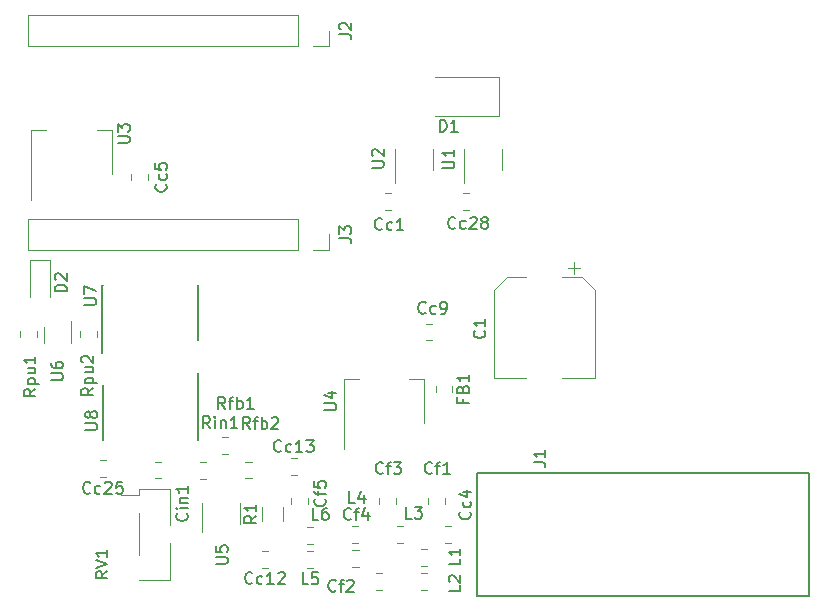
<source format=gbr>
G04 #@! TF.GenerationSoftware,KiCad,Pcbnew,(5.0.0)*
G04 #@! TF.CreationDate,2018-11-24T15:46:54-05:00*
G04 #@! TF.ProjectId,SDRRv2,5344525276322E6B696361645F706362,rev?*
G04 #@! TF.SameCoordinates,Original*
G04 #@! TF.FileFunction,Legend,Top*
G04 #@! TF.FilePolarity,Positive*
%FSLAX46Y46*%
G04 Gerber Fmt 4.6, Leading zero omitted, Abs format (unit mm)*
G04 Created by KiCad (PCBNEW (5.0.0)) date 11/24/18 15:46:54*
%MOMM*%
%LPD*%
G01*
G04 APERTURE LIST*
%ADD10C,0.120000*%
%ADD11C,0.127000*%
%ADD12C,0.150000*%
G04 APERTURE END LIST*
D10*
G04 #@! TO.C,C1*
X60828085Y-171587839D02*
X63578085Y-171587839D01*
X69348085Y-171587839D02*
X66598085Y-171587839D01*
X69348085Y-164132276D02*
X69348085Y-171587839D01*
X60828085Y-164132276D02*
X60828085Y-171587839D01*
X61892522Y-163067839D02*
X63578085Y-163067839D01*
X68283648Y-163067839D02*
X66598085Y-163067839D01*
X68283648Y-163067839D02*
X69348085Y-164132276D01*
X61892522Y-163067839D02*
X60828085Y-164132276D01*
X67598085Y-161827839D02*
X67598085Y-162827839D01*
X68098085Y-162327839D02*
X67098085Y-162327839D01*
G04 #@! TO.C,Cc1*
X51618833Y-157369839D02*
X52141337Y-157369839D01*
X51618833Y-155949839D02*
X52141337Y-155949839D01*
G04 #@! TO.C,Cc4*
X57221337Y-185563839D02*
X56698833Y-185563839D01*
X57221337Y-184143839D02*
X56698833Y-184143839D01*
G04 #@! TO.C,Cc5*
X31508085Y-154889091D02*
X31508085Y-154366587D01*
X30088085Y-154889091D02*
X30088085Y-154366587D01*
G04 #@! TO.C,Cc9*
X55595737Y-168444239D02*
X55073233Y-168444239D01*
X55595737Y-167024239D02*
X55073233Y-167024239D01*
G04 #@! TO.C,Cc12*
X41701937Y-186252039D02*
X41179433Y-186252039D01*
X41701937Y-187672039D02*
X41179433Y-187672039D01*
G04 #@! TO.C,Cc13*
X43617833Y-179798039D02*
X44140337Y-179798039D01*
X43617833Y-178378039D02*
X44140337Y-178378039D01*
G04 #@! TO.C,Cc25*
X27488833Y-178581239D02*
X28011337Y-178581239D01*
X27488833Y-180001239D02*
X28011337Y-180001239D01*
G04 #@! TO.C,Cc28*
X58222833Y-155949839D02*
X58745337Y-155949839D01*
X58222833Y-157369839D02*
X58745337Y-157369839D01*
G04 #@! TO.C,Cf1*
X55234085Y-182321091D02*
X55234085Y-181798587D01*
X56654085Y-182321091D02*
X56654085Y-181798587D01*
G04 #@! TO.C,Cf2*
X51379337Y-188131639D02*
X50856833Y-188131639D01*
X51379337Y-189551639D02*
X50856833Y-189551639D01*
G04 #@! TO.C,Cf3*
X52539285Y-182295691D02*
X52539285Y-181773187D01*
X51119285Y-182295691D02*
X51119285Y-181773187D01*
G04 #@! TO.C,Cf4*
X48850233Y-186175839D02*
X49372737Y-186175839D01*
X48850233Y-187595839D02*
X49372737Y-187595839D01*
G04 #@! TO.C,Cf5*
X45046285Y-182321091D02*
X45046285Y-181798587D01*
X43626285Y-182321091D02*
X43626285Y-181798587D01*
G04 #@! TO.C,Cin1*
X32659537Y-180128239D02*
X32137033Y-180128239D01*
X32659537Y-178708239D02*
X32137033Y-178708239D01*
G04 #@! TO.C,D1*
X61274485Y-149419839D02*
X55874485Y-149419839D01*
X61274485Y-146119839D02*
X55874485Y-146119839D01*
X61274485Y-149419839D02*
X61274485Y-146119839D01*
G04 #@! TO.C,D2*
X23215285Y-161617839D02*
X21515285Y-161617839D01*
X21515285Y-161617839D02*
X21515285Y-164767839D01*
X23215285Y-161617839D02*
X23215285Y-164767839D01*
D11*
G04 #@! TO.C,J1*
X87480085Y-190053839D02*
X59380085Y-190053839D01*
X59380085Y-190053839D02*
X59380085Y-179653839D01*
X59380085Y-179653839D02*
X87480085Y-179653839D01*
X87480085Y-179653839D02*
X87480085Y-190053839D01*
D10*
G04 #@! TO.C,J2*
X44260085Y-140873039D02*
X44260085Y-143533039D01*
X44260085Y-140873039D02*
X21340085Y-140873039D01*
X21340085Y-140873039D02*
X21340085Y-143533039D01*
X44260085Y-143533039D02*
X21340085Y-143533039D01*
X46860085Y-143533039D02*
X45530085Y-143533039D01*
X46860085Y-142203039D02*
X46860085Y-143533039D01*
G04 #@! TO.C,J3*
X46860085Y-159453839D02*
X46860085Y-160783839D01*
X46860085Y-160783839D02*
X45530085Y-160783839D01*
X44260085Y-160783839D02*
X21340085Y-160783839D01*
X21340085Y-158123839D02*
X21340085Y-160783839D01*
X44260085Y-158123839D02*
X21340085Y-158123839D01*
X44260085Y-158123839D02*
X44260085Y-160783839D01*
G04 #@! TO.C,L1*
X55163937Y-186125039D02*
X54641433Y-186125039D01*
X55163937Y-187545039D02*
X54641433Y-187545039D01*
G04 #@! TO.C,L2*
X55163937Y-189577039D02*
X54641433Y-189577039D01*
X55163937Y-188157039D02*
X54641433Y-188157039D01*
G04 #@! TO.C,L3*
X53106537Y-184194639D02*
X52584033Y-184194639D01*
X53106537Y-185614639D02*
X52584033Y-185614639D01*
G04 #@! TO.C,L4*
X49347337Y-185614639D02*
X48824833Y-185614639D01*
X49347337Y-184194639D02*
X48824833Y-184194639D01*
G04 #@! TO.C,L5*
X45537337Y-187697439D02*
X45014833Y-187697439D01*
X45537337Y-186277439D02*
X45014833Y-186277439D01*
G04 #@! TO.C,L6*
X45537337Y-184245439D02*
X45014833Y-184245439D01*
X45537337Y-185665439D02*
X45014833Y-185665439D01*
G04 #@! TO.C,FB1*
X57314485Y-172298987D02*
X57314485Y-172821491D01*
X55894485Y-172298987D02*
X55894485Y-172821491D01*
G04 #@! TO.C,R1*
X41165685Y-183728703D02*
X41165685Y-182524575D01*
X42985685Y-183728703D02*
X42985685Y-182524575D01*
G04 #@! TO.C,Rfb1*
X37801233Y-176625439D02*
X38323737Y-176625439D01*
X37801233Y-178045439D02*
X38323737Y-178045439D01*
G04 #@! TO.C,Rfb2*
X39782433Y-178708239D02*
X40304937Y-178708239D01*
X39782433Y-180128239D02*
X40304937Y-180128239D01*
G04 #@! TO.C,Rin1*
X36469537Y-178733639D02*
X35947033Y-178733639D01*
X36469537Y-180153639D02*
X35947033Y-180153639D01*
G04 #@! TO.C,Rpu1*
X22160885Y-167625387D02*
X22160885Y-168147891D01*
X20740885Y-167625387D02*
X20740885Y-168147891D01*
G04 #@! TO.C,Rpu2*
X25770085Y-167625387D02*
X25770085Y-168147891D01*
X27190085Y-167625387D02*
X27190085Y-168147891D01*
G04 #@! TO.C,RV1*
X30738085Y-180983839D02*
X33398085Y-180983839D01*
X30738085Y-188723839D02*
X33398085Y-188723839D01*
X33398085Y-180983839D02*
X33398085Y-184093839D01*
X30738085Y-181553839D02*
X29218085Y-181553839D01*
X30738085Y-180983839D02*
X30738085Y-181553839D01*
X33398085Y-188153839D02*
X33398085Y-188723839D01*
X33398085Y-185613839D02*
X33398085Y-188723839D01*
X30738085Y-183073839D02*
X30738085Y-186633839D01*
G04 #@! TO.C,U1*
X61516485Y-154003839D02*
X61516485Y-152203839D01*
X58296485Y-152203839D02*
X58296485Y-155153839D01*
G04 #@! TO.C,U2*
X52454485Y-152203839D02*
X52454485Y-155153839D01*
X55674485Y-154003839D02*
X55674485Y-152203839D01*
G04 #@! TO.C,U3*
X21647685Y-156594239D02*
X21647685Y-150584239D01*
X28467685Y-154344239D02*
X28467685Y-150584239D01*
X21647685Y-150584239D02*
X22907685Y-150584239D01*
X28467685Y-150584239D02*
X27207685Y-150584239D01*
G04 #@! TO.C,U4*
X54934485Y-171666239D02*
X53674485Y-171666239D01*
X48114485Y-171666239D02*
X49374485Y-171666239D01*
X54934485Y-175426239D02*
X54934485Y-171666239D01*
X48114485Y-177676239D02*
X48114485Y-171666239D01*
G04 #@! TO.C,U5*
X39367685Y-184001239D02*
X39367685Y-182201239D01*
X36147685Y-182201239D02*
X36147685Y-184651239D01*
G04 #@! TO.C,U6*
X25049285Y-168688239D02*
X25049285Y-166788239D01*
X22729285Y-167288239D02*
X22729285Y-168688239D01*
D12*
G04 #@! TO.C,U7*
X27712885Y-163758239D02*
X27737885Y-163758239D01*
X35762885Y-163758239D02*
X35737885Y-163758239D01*
X35762885Y-168408239D02*
X35737885Y-168408239D01*
X27662885Y-169483239D02*
X27662885Y-163758239D01*
X35762885Y-168408239D02*
X35762885Y-163758239D01*
G04 #@! TO.C,U8*
X35762885Y-176891839D02*
X35737885Y-176891839D01*
X27712885Y-176891839D02*
X27737885Y-176891839D01*
X27712885Y-172241839D02*
X27737885Y-172241839D01*
X35812885Y-171166839D02*
X35812885Y-176891839D01*
X27712885Y-172241839D02*
X27712885Y-176891839D01*
G04 #@! TO.C,C1*
X60009627Y-167621505D02*
X60057246Y-167669124D01*
X60104865Y-167811981D01*
X60104865Y-167907219D01*
X60057246Y-168050077D01*
X59962008Y-168145315D01*
X59866770Y-168192934D01*
X59676294Y-168240553D01*
X59533437Y-168240553D01*
X59342961Y-168192934D01*
X59247723Y-168145315D01*
X59152485Y-168050077D01*
X59104865Y-167907219D01*
X59104865Y-167811981D01*
X59152485Y-167669124D01*
X59200104Y-167621505D01*
X60104865Y-166669124D02*
X60104865Y-167240553D01*
X60104865Y-166954839D02*
X59104865Y-166954839D01*
X59247723Y-167050077D01*
X59342961Y-167145315D01*
X59390580Y-167240553D01*
G04 #@! TO.C,Cc1*
X51361046Y-158998181D02*
X51313427Y-159045800D01*
X51170570Y-159093419D01*
X51075332Y-159093419D01*
X50932475Y-159045800D01*
X50837237Y-158950562D01*
X50789618Y-158855324D01*
X50741999Y-158664848D01*
X50741999Y-158521991D01*
X50789618Y-158331515D01*
X50837237Y-158236277D01*
X50932475Y-158141039D01*
X51075332Y-158093419D01*
X51170570Y-158093419D01*
X51313427Y-158141039D01*
X51361046Y-158188658D01*
X52218189Y-159045800D02*
X52122951Y-159093419D01*
X51932475Y-159093419D01*
X51837237Y-159045800D01*
X51789618Y-158998181D01*
X51741999Y-158902943D01*
X51741999Y-158617229D01*
X51789618Y-158521991D01*
X51837237Y-158474372D01*
X51932475Y-158426753D01*
X52122951Y-158426753D01*
X52218189Y-158474372D01*
X53170570Y-159093419D02*
X52599142Y-159093419D01*
X52884856Y-159093419D02*
X52884856Y-158093419D01*
X52789618Y-158236277D01*
X52694380Y-158331515D01*
X52599142Y-158379134D01*
G04 #@! TO.C,Cc4*
X58790427Y-182959877D02*
X58838046Y-183007496D01*
X58885665Y-183150353D01*
X58885665Y-183245591D01*
X58838046Y-183388448D01*
X58742808Y-183483686D01*
X58647570Y-183531305D01*
X58457094Y-183578924D01*
X58314237Y-183578924D01*
X58123761Y-183531305D01*
X58028523Y-183483686D01*
X57933285Y-183388448D01*
X57885665Y-183245591D01*
X57885665Y-183150353D01*
X57933285Y-183007496D01*
X57980904Y-182959877D01*
X58838046Y-182102734D02*
X58885665Y-182197972D01*
X58885665Y-182388448D01*
X58838046Y-182483686D01*
X58790427Y-182531305D01*
X58695189Y-182578924D01*
X58409475Y-182578924D01*
X58314237Y-182531305D01*
X58266618Y-182483686D01*
X58218999Y-182388448D01*
X58218999Y-182197972D01*
X58266618Y-182102734D01*
X58218999Y-181245591D02*
X58885665Y-181245591D01*
X57838046Y-181483686D02*
X58552332Y-181721781D01*
X58552332Y-181102734D01*
G04 #@! TO.C,Cc5*
X33034827Y-155223077D02*
X33082446Y-155270696D01*
X33130065Y-155413553D01*
X33130065Y-155508791D01*
X33082446Y-155651648D01*
X32987208Y-155746886D01*
X32891970Y-155794505D01*
X32701494Y-155842124D01*
X32558637Y-155842124D01*
X32368161Y-155794505D01*
X32272923Y-155746886D01*
X32177685Y-155651648D01*
X32130065Y-155508791D01*
X32130065Y-155413553D01*
X32177685Y-155270696D01*
X32225304Y-155223077D01*
X33082446Y-154365934D02*
X33130065Y-154461172D01*
X33130065Y-154651648D01*
X33082446Y-154746886D01*
X33034827Y-154794505D01*
X32939589Y-154842124D01*
X32653875Y-154842124D01*
X32558637Y-154794505D01*
X32511018Y-154746886D01*
X32463399Y-154651648D01*
X32463399Y-154461172D01*
X32511018Y-154365934D01*
X32130065Y-153461172D02*
X32130065Y-153937362D01*
X32606256Y-153984981D01*
X32558637Y-153937362D01*
X32511018Y-153842124D01*
X32511018Y-153604029D01*
X32558637Y-153508791D01*
X32606256Y-153461172D01*
X32701494Y-153413553D01*
X32939589Y-153413553D01*
X33034827Y-153461172D01*
X33082446Y-153508791D01*
X33130065Y-153604029D01*
X33130065Y-153842124D01*
X33082446Y-153937362D01*
X33034827Y-153984981D01*
G04 #@! TO.C,Cc9*
X55044046Y-166084781D02*
X54996427Y-166132400D01*
X54853570Y-166180019D01*
X54758332Y-166180019D01*
X54615475Y-166132400D01*
X54520237Y-166037162D01*
X54472618Y-165941924D01*
X54424999Y-165751448D01*
X54424999Y-165608591D01*
X54472618Y-165418115D01*
X54520237Y-165322877D01*
X54615475Y-165227639D01*
X54758332Y-165180019D01*
X54853570Y-165180019D01*
X54996427Y-165227639D01*
X55044046Y-165275258D01*
X55901189Y-166132400D02*
X55805951Y-166180019D01*
X55615475Y-166180019D01*
X55520237Y-166132400D01*
X55472618Y-166084781D01*
X55424999Y-165989543D01*
X55424999Y-165703829D01*
X55472618Y-165608591D01*
X55520237Y-165560972D01*
X55615475Y-165513353D01*
X55805951Y-165513353D01*
X55901189Y-165560972D01*
X56377380Y-166180019D02*
X56567856Y-166180019D01*
X56663094Y-166132400D01*
X56710713Y-166084781D01*
X56805951Y-165941924D01*
X56853570Y-165751448D01*
X56853570Y-165370496D01*
X56805951Y-165275258D01*
X56758332Y-165227639D01*
X56663094Y-165180019D01*
X56472618Y-165180019D01*
X56377380Y-165227639D01*
X56329761Y-165275258D01*
X56282142Y-165370496D01*
X56282142Y-165608591D01*
X56329761Y-165703829D01*
X56377380Y-165751448D01*
X56472618Y-165799067D01*
X56663094Y-165799067D01*
X56758332Y-165751448D01*
X56805951Y-165703829D01*
X56853570Y-165608591D01*
G04 #@! TO.C,Cc12*
X40369256Y-188969181D02*
X40321637Y-189016800D01*
X40178780Y-189064419D01*
X40083542Y-189064419D01*
X39940685Y-189016800D01*
X39845446Y-188921562D01*
X39797827Y-188826324D01*
X39750208Y-188635848D01*
X39750208Y-188492991D01*
X39797827Y-188302515D01*
X39845446Y-188207277D01*
X39940685Y-188112039D01*
X40083542Y-188064419D01*
X40178780Y-188064419D01*
X40321637Y-188112039D01*
X40369256Y-188159658D01*
X41226399Y-189016800D02*
X41131161Y-189064419D01*
X40940685Y-189064419D01*
X40845446Y-189016800D01*
X40797827Y-188969181D01*
X40750208Y-188873943D01*
X40750208Y-188588229D01*
X40797827Y-188492991D01*
X40845446Y-188445372D01*
X40940685Y-188397753D01*
X41131161Y-188397753D01*
X41226399Y-188445372D01*
X42178780Y-189064419D02*
X41607351Y-189064419D01*
X41893065Y-189064419D02*
X41893065Y-188064419D01*
X41797827Y-188207277D01*
X41702589Y-188302515D01*
X41607351Y-188350134D01*
X42559732Y-188159658D02*
X42607351Y-188112039D01*
X42702589Y-188064419D01*
X42940685Y-188064419D01*
X43035923Y-188112039D01*
X43083542Y-188159658D01*
X43131161Y-188254896D01*
X43131161Y-188350134D01*
X43083542Y-188492991D01*
X42512113Y-189064419D01*
X43131161Y-189064419D01*
G04 #@! TO.C,Cc13*
X42807656Y-177795181D02*
X42760037Y-177842800D01*
X42617180Y-177890419D01*
X42521942Y-177890419D01*
X42379085Y-177842800D01*
X42283846Y-177747562D01*
X42236227Y-177652324D01*
X42188608Y-177461848D01*
X42188608Y-177318991D01*
X42236227Y-177128515D01*
X42283846Y-177033277D01*
X42379085Y-176938039D01*
X42521942Y-176890419D01*
X42617180Y-176890419D01*
X42760037Y-176938039D01*
X42807656Y-176985658D01*
X43664799Y-177842800D02*
X43569561Y-177890419D01*
X43379085Y-177890419D01*
X43283846Y-177842800D01*
X43236227Y-177795181D01*
X43188608Y-177699943D01*
X43188608Y-177414229D01*
X43236227Y-177318991D01*
X43283846Y-177271372D01*
X43379085Y-177223753D01*
X43569561Y-177223753D01*
X43664799Y-177271372D01*
X44617180Y-177890419D02*
X44045751Y-177890419D01*
X44331465Y-177890419D02*
X44331465Y-176890419D01*
X44236227Y-177033277D01*
X44140989Y-177128515D01*
X44045751Y-177176134D01*
X44950513Y-176890419D02*
X45569561Y-176890419D01*
X45236227Y-177271372D01*
X45379085Y-177271372D01*
X45474323Y-177318991D01*
X45521942Y-177366610D01*
X45569561Y-177461848D01*
X45569561Y-177699943D01*
X45521942Y-177795181D01*
X45474323Y-177842800D01*
X45379085Y-177890419D01*
X45093370Y-177890419D01*
X44998132Y-177842800D01*
X44950513Y-177795181D01*
G04 #@! TO.C,Cc25*
X26653256Y-181324781D02*
X26605637Y-181372400D01*
X26462780Y-181420019D01*
X26367542Y-181420019D01*
X26224685Y-181372400D01*
X26129446Y-181277162D01*
X26081827Y-181181924D01*
X26034208Y-180991448D01*
X26034208Y-180848591D01*
X26081827Y-180658115D01*
X26129446Y-180562877D01*
X26224685Y-180467639D01*
X26367542Y-180420019D01*
X26462780Y-180420019D01*
X26605637Y-180467639D01*
X26653256Y-180515258D01*
X27510399Y-181372400D02*
X27415161Y-181420019D01*
X27224685Y-181420019D01*
X27129446Y-181372400D01*
X27081827Y-181324781D01*
X27034208Y-181229543D01*
X27034208Y-180943829D01*
X27081827Y-180848591D01*
X27129446Y-180800972D01*
X27224685Y-180753353D01*
X27415161Y-180753353D01*
X27510399Y-180800972D01*
X27891351Y-180515258D02*
X27938970Y-180467639D01*
X28034208Y-180420019D01*
X28272304Y-180420019D01*
X28367542Y-180467639D01*
X28415161Y-180515258D01*
X28462780Y-180610496D01*
X28462780Y-180705734D01*
X28415161Y-180848591D01*
X27843732Y-181420019D01*
X28462780Y-181420019D01*
X29367542Y-180420019D02*
X28891351Y-180420019D01*
X28843732Y-180896210D01*
X28891351Y-180848591D01*
X28986589Y-180800972D01*
X29224685Y-180800972D01*
X29319923Y-180848591D01*
X29367542Y-180896210D01*
X29415161Y-180991448D01*
X29415161Y-181229543D01*
X29367542Y-181324781D01*
X29319923Y-181372400D01*
X29224685Y-181420019D01*
X28986589Y-181420019D01*
X28891351Y-181372400D01*
X28843732Y-181324781D01*
G04 #@! TO.C,Cc28*
X57565056Y-158896581D02*
X57517437Y-158944200D01*
X57374580Y-158991819D01*
X57279342Y-158991819D01*
X57136485Y-158944200D01*
X57041246Y-158848962D01*
X56993627Y-158753724D01*
X56946008Y-158563248D01*
X56946008Y-158420391D01*
X56993627Y-158229915D01*
X57041246Y-158134677D01*
X57136485Y-158039439D01*
X57279342Y-157991819D01*
X57374580Y-157991819D01*
X57517437Y-158039439D01*
X57565056Y-158087058D01*
X58422199Y-158944200D02*
X58326961Y-158991819D01*
X58136485Y-158991819D01*
X58041246Y-158944200D01*
X57993627Y-158896581D01*
X57946008Y-158801343D01*
X57946008Y-158515629D01*
X57993627Y-158420391D01*
X58041246Y-158372772D01*
X58136485Y-158325153D01*
X58326961Y-158325153D01*
X58422199Y-158372772D01*
X58803151Y-158087058D02*
X58850770Y-158039439D01*
X58946008Y-157991819D01*
X59184104Y-157991819D01*
X59279342Y-158039439D01*
X59326961Y-158087058D01*
X59374580Y-158182296D01*
X59374580Y-158277534D01*
X59326961Y-158420391D01*
X58755532Y-158991819D01*
X59374580Y-158991819D01*
X59946008Y-158420391D02*
X59850770Y-158372772D01*
X59803151Y-158325153D01*
X59755532Y-158229915D01*
X59755532Y-158182296D01*
X59803151Y-158087058D01*
X59850770Y-158039439D01*
X59946008Y-157991819D01*
X60136485Y-157991819D01*
X60231723Y-158039439D01*
X60279342Y-158087058D01*
X60326961Y-158182296D01*
X60326961Y-158229915D01*
X60279342Y-158325153D01*
X60231723Y-158372772D01*
X60136485Y-158420391D01*
X59946008Y-158420391D01*
X59850770Y-158468010D01*
X59803151Y-158515629D01*
X59755532Y-158610867D01*
X59755532Y-158801343D01*
X59803151Y-158896581D01*
X59850770Y-158944200D01*
X59946008Y-158991819D01*
X60136485Y-158991819D01*
X60231723Y-158944200D01*
X60279342Y-158896581D01*
X60326961Y-158801343D01*
X60326961Y-158610867D01*
X60279342Y-158515629D01*
X60231723Y-158468010D01*
X60136485Y-158420391D01*
G04 #@! TO.C,Cf1*
X55593304Y-179648381D02*
X55545685Y-179696000D01*
X55402827Y-179743619D01*
X55307589Y-179743619D01*
X55164732Y-179696000D01*
X55069494Y-179600762D01*
X55021875Y-179505524D01*
X54974256Y-179315048D01*
X54974256Y-179172191D01*
X55021875Y-178981715D01*
X55069494Y-178886477D01*
X55164732Y-178791239D01*
X55307589Y-178743619D01*
X55402827Y-178743619D01*
X55545685Y-178791239D01*
X55593304Y-178838858D01*
X55879018Y-179076953D02*
X56259970Y-179076953D01*
X56021875Y-179743619D02*
X56021875Y-178886477D01*
X56069494Y-178791239D01*
X56164732Y-178743619D01*
X56259970Y-178743619D01*
X57117113Y-179743619D02*
X56545685Y-179743619D01*
X56831399Y-179743619D02*
X56831399Y-178743619D01*
X56736161Y-178886477D01*
X56640923Y-178981715D01*
X56545685Y-179029334D01*
G04 #@! TO.C,Cf2*
X47439904Y-189605181D02*
X47392285Y-189652800D01*
X47249427Y-189700419D01*
X47154189Y-189700419D01*
X47011332Y-189652800D01*
X46916094Y-189557562D01*
X46868475Y-189462324D01*
X46820856Y-189271848D01*
X46820856Y-189128991D01*
X46868475Y-188938515D01*
X46916094Y-188843277D01*
X47011332Y-188748039D01*
X47154189Y-188700419D01*
X47249427Y-188700419D01*
X47392285Y-188748039D01*
X47439904Y-188795658D01*
X47725618Y-189033753D02*
X48106570Y-189033753D01*
X47868475Y-189700419D02*
X47868475Y-188843277D01*
X47916094Y-188748039D01*
X48011332Y-188700419D01*
X48106570Y-188700419D01*
X48392285Y-188795658D02*
X48439904Y-188748039D01*
X48535142Y-188700419D01*
X48773237Y-188700419D01*
X48868475Y-188748039D01*
X48916094Y-188795658D01*
X48963713Y-188890896D01*
X48963713Y-188986134D01*
X48916094Y-189128991D01*
X48344665Y-189700419D01*
X48963713Y-189700419D01*
G04 #@! TO.C,Cf3*
X51427704Y-179648381D02*
X51380085Y-179696000D01*
X51237227Y-179743619D01*
X51141989Y-179743619D01*
X50999132Y-179696000D01*
X50903894Y-179600762D01*
X50856275Y-179505524D01*
X50808656Y-179315048D01*
X50808656Y-179172191D01*
X50856275Y-178981715D01*
X50903894Y-178886477D01*
X50999132Y-178791239D01*
X51141989Y-178743619D01*
X51237227Y-178743619D01*
X51380085Y-178791239D01*
X51427704Y-178838858D01*
X51713418Y-179076953D02*
X52094370Y-179076953D01*
X51856275Y-179743619D02*
X51856275Y-178886477D01*
X51903894Y-178791239D01*
X51999132Y-178743619D01*
X52094370Y-178743619D01*
X52332465Y-178743619D02*
X52951513Y-178743619D01*
X52618180Y-179124572D01*
X52761037Y-179124572D01*
X52856275Y-179172191D01*
X52903894Y-179219810D01*
X52951513Y-179315048D01*
X52951513Y-179553143D01*
X52903894Y-179648381D01*
X52856275Y-179696000D01*
X52761037Y-179743619D01*
X52475323Y-179743619D01*
X52380085Y-179696000D01*
X52332465Y-179648381D01*
G04 #@! TO.C,Cf4*
X48735304Y-183534581D02*
X48687685Y-183582200D01*
X48544827Y-183629819D01*
X48449589Y-183629819D01*
X48306732Y-183582200D01*
X48211494Y-183486962D01*
X48163875Y-183391724D01*
X48116256Y-183201248D01*
X48116256Y-183058391D01*
X48163875Y-182867915D01*
X48211494Y-182772677D01*
X48306732Y-182677439D01*
X48449589Y-182629819D01*
X48544827Y-182629819D01*
X48687685Y-182677439D01*
X48735304Y-182725058D01*
X49021018Y-182963153D02*
X49401970Y-182963153D01*
X49163875Y-183629819D02*
X49163875Y-182772677D01*
X49211494Y-182677439D01*
X49306732Y-182629819D01*
X49401970Y-182629819D01*
X50163875Y-182963153D02*
X50163875Y-183629819D01*
X49925780Y-182582200D02*
X49687685Y-183296486D01*
X50306732Y-183296486D01*
G04 #@! TO.C,Cf5*
X46496827Y-181851819D02*
X46544446Y-181899439D01*
X46592065Y-182042296D01*
X46592065Y-182137534D01*
X46544446Y-182280391D01*
X46449208Y-182375629D01*
X46353970Y-182423248D01*
X46163494Y-182470867D01*
X46020637Y-182470867D01*
X45830161Y-182423248D01*
X45734923Y-182375629D01*
X45639685Y-182280391D01*
X45592065Y-182137534D01*
X45592065Y-182042296D01*
X45639685Y-181899439D01*
X45687304Y-181851819D01*
X45925399Y-181566105D02*
X45925399Y-181185153D01*
X46592065Y-181423248D02*
X45734923Y-181423248D01*
X45639685Y-181375629D01*
X45592065Y-181280391D01*
X45592065Y-181185153D01*
X45592065Y-180375629D02*
X45592065Y-180851819D01*
X46068256Y-180899439D01*
X46020637Y-180851819D01*
X45973018Y-180756581D01*
X45973018Y-180518486D01*
X46020637Y-180423248D01*
X46068256Y-180375629D01*
X46163494Y-180328010D01*
X46401589Y-180328010D01*
X46496827Y-180375629D01*
X46544446Y-180423248D01*
X46592065Y-180518486D01*
X46592065Y-180756581D01*
X46544446Y-180851819D01*
X46496827Y-180899439D01*
G04 #@! TO.C,Cin1*
X34812827Y-183094781D02*
X34860446Y-183142400D01*
X34908065Y-183285258D01*
X34908065Y-183380496D01*
X34860446Y-183523353D01*
X34765208Y-183618591D01*
X34669970Y-183666210D01*
X34479494Y-183713829D01*
X34336637Y-183713829D01*
X34146161Y-183666210D01*
X34050923Y-183618591D01*
X33955685Y-183523353D01*
X33908065Y-183380496D01*
X33908065Y-183285258D01*
X33955685Y-183142400D01*
X34003304Y-183094781D01*
X34908065Y-182666210D02*
X34241399Y-182666210D01*
X33908065Y-182666210D02*
X33955685Y-182713829D01*
X34003304Y-182666210D01*
X33955685Y-182618591D01*
X33908065Y-182666210D01*
X34003304Y-182666210D01*
X34241399Y-182190019D02*
X34908065Y-182190019D01*
X34336637Y-182190019D02*
X34289018Y-182142400D01*
X34241399Y-182047162D01*
X34241399Y-181904305D01*
X34289018Y-181809067D01*
X34384256Y-181761448D01*
X34908065Y-181761448D01*
X34908065Y-180761448D02*
X34908065Y-181332877D01*
X34908065Y-181047162D02*
X33908065Y-181047162D01*
X34050923Y-181142400D01*
X34146161Y-181237639D01*
X34193780Y-181332877D01*
G04 #@! TO.C,D1*
X56247389Y-150762219D02*
X56247389Y-149762219D01*
X56485485Y-149762219D01*
X56628342Y-149809839D01*
X56723580Y-149905077D01*
X56771199Y-150000315D01*
X56818818Y-150190791D01*
X56818818Y-150333648D01*
X56771199Y-150524124D01*
X56723580Y-150619362D01*
X56628342Y-150714600D01*
X56485485Y-150762219D01*
X56247389Y-150762219D01*
X57771199Y-150762219D02*
X57199770Y-150762219D01*
X57485485Y-150762219D02*
X57485485Y-149762219D01*
X57390246Y-149905077D01*
X57295008Y-150000315D01*
X57199770Y-150047934D01*
G04 #@! TO.C,D2*
X24646465Y-164281334D02*
X23646465Y-164281334D01*
X23646465Y-164043239D01*
X23694085Y-163900381D01*
X23789323Y-163805143D01*
X23884561Y-163757524D01*
X24075037Y-163709905D01*
X24217894Y-163709905D01*
X24408370Y-163757524D01*
X24503608Y-163805143D01*
X24598846Y-163900381D01*
X24646465Y-164043239D01*
X24646465Y-164281334D01*
X23741704Y-163328953D02*
X23694085Y-163281334D01*
X23646465Y-163186096D01*
X23646465Y-162948000D01*
X23694085Y-162852762D01*
X23741704Y-162805143D01*
X23836942Y-162757524D01*
X23932180Y-162757524D01*
X24075037Y-162805143D01*
X24646465Y-163376572D01*
X24646465Y-162757524D01*
G04 #@! TO.C,J1*
X64183781Y-178761632D02*
X64899481Y-178761632D01*
X65042621Y-178809345D01*
X65138048Y-178904772D01*
X65185761Y-179047912D01*
X65185761Y-179143339D01*
X65185761Y-177759652D02*
X65185761Y-178332212D01*
X65185761Y-178045932D02*
X64183781Y-178045932D01*
X64326921Y-178141359D01*
X64422348Y-178236785D01*
X64470061Y-178332212D01*
G04 #@! TO.C,J2*
X47752465Y-142536372D02*
X48466751Y-142536372D01*
X48609608Y-142583991D01*
X48704846Y-142679229D01*
X48752465Y-142822086D01*
X48752465Y-142917324D01*
X47847704Y-142107800D02*
X47800085Y-142060181D01*
X47752465Y-141964943D01*
X47752465Y-141726848D01*
X47800085Y-141631610D01*
X47847704Y-141583991D01*
X47942942Y-141536372D01*
X48038180Y-141536372D01*
X48181037Y-141583991D01*
X48752465Y-142155419D01*
X48752465Y-141536372D01*
G04 #@! TO.C,J3*
X47752465Y-159787172D02*
X48466751Y-159787172D01*
X48609608Y-159834791D01*
X48704846Y-159930029D01*
X48752465Y-160072886D01*
X48752465Y-160168124D01*
X47752465Y-159406219D02*
X47752465Y-158787172D01*
X48133418Y-159120505D01*
X48133418Y-158977648D01*
X48181037Y-158882410D01*
X48228656Y-158834791D01*
X48323894Y-158787172D01*
X48561989Y-158787172D01*
X48657227Y-158834791D01*
X48704846Y-158882410D01*
X48752465Y-158977648D01*
X48752465Y-159263362D01*
X48704846Y-159358600D01*
X48657227Y-159406219D01*
G04 #@! TO.C,L1*
X57996665Y-186925505D02*
X57996665Y-187401696D01*
X56996665Y-187401696D01*
X57996665Y-186068362D02*
X57996665Y-186639791D01*
X57996665Y-186354077D02*
X56996665Y-186354077D01*
X57139523Y-186449315D01*
X57234761Y-186544553D01*
X57282380Y-186639791D01*
G04 #@! TO.C,L2*
X57996665Y-189186105D02*
X57996665Y-189662296D01*
X56996665Y-189662296D01*
X57091904Y-188900391D02*
X57044285Y-188852772D01*
X56996665Y-188757534D01*
X56996665Y-188519439D01*
X57044285Y-188424200D01*
X57091904Y-188376581D01*
X57187142Y-188328962D01*
X57282380Y-188328962D01*
X57425237Y-188376581D01*
X57996665Y-188948010D01*
X57996665Y-188328962D01*
G04 #@! TO.C,L3*
X53872418Y-183528219D02*
X53396227Y-183528219D01*
X53396227Y-182528219D01*
X54110513Y-182528219D02*
X54729561Y-182528219D01*
X54396227Y-182909172D01*
X54539085Y-182909172D01*
X54634323Y-182956791D01*
X54681942Y-183004410D01*
X54729561Y-183099648D01*
X54729561Y-183337743D01*
X54681942Y-183432981D01*
X54634323Y-183480600D01*
X54539085Y-183528219D01*
X54253370Y-183528219D01*
X54158132Y-183480600D01*
X54110513Y-183432981D01*
G04 #@! TO.C,L4*
X49071818Y-182207419D02*
X48595627Y-182207419D01*
X48595627Y-181207419D01*
X49833723Y-181540753D02*
X49833723Y-182207419D01*
X49595627Y-181159800D02*
X49357532Y-181874086D01*
X49976580Y-181874086D01*
G04 #@! TO.C,L5*
X45109418Y-189089819D02*
X44633227Y-189089819D01*
X44633227Y-188089819D01*
X45918942Y-188089819D02*
X45442751Y-188089819D01*
X45395132Y-188566010D01*
X45442751Y-188518391D01*
X45537989Y-188470772D01*
X45776085Y-188470772D01*
X45871323Y-188518391D01*
X45918942Y-188566010D01*
X45966561Y-188661248D01*
X45966561Y-188899343D01*
X45918942Y-188994581D01*
X45871323Y-189042200D01*
X45776085Y-189089819D01*
X45537989Y-189089819D01*
X45442751Y-189042200D01*
X45395132Y-188994581D01*
G04 #@! TO.C,L6*
X45973018Y-183629819D02*
X45496827Y-183629819D01*
X45496827Y-182629819D01*
X46734923Y-182629819D02*
X46544446Y-182629819D01*
X46449208Y-182677439D01*
X46401589Y-182725058D01*
X46306351Y-182867915D01*
X46258732Y-183058391D01*
X46258732Y-183439343D01*
X46306351Y-183534581D01*
X46353970Y-183582200D01*
X46449208Y-183629819D01*
X46639685Y-183629819D01*
X46734923Y-183582200D01*
X46782542Y-183534581D01*
X46830161Y-183439343D01*
X46830161Y-183201248D01*
X46782542Y-183106010D01*
X46734923Y-183058391D01*
X46639685Y-183010772D01*
X46449208Y-183010772D01*
X46353970Y-183058391D01*
X46306351Y-183106010D01*
X46258732Y-183201248D01*
G04 #@! TO.C,FB1*
X58183056Y-173393572D02*
X58183056Y-173726905D01*
X58706865Y-173726905D02*
X57706865Y-173726905D01*
X57706865Y-173250715D01*
X58183056Y-172536429D02*
X58230675Y-172393572D01*
X58278294Y-172345953D01*
X58373532Y-172298334D01*
X58516389Y-172298334D01*
X58611627Y-172345953D01*
X58659246Y-172393572D01*
X58706865Y-172488810D01*
X58706865Y-172869762D01*
X57706865Y-172869762D01*
X57706865Y-172536429D01*
X57754485Y-172441191D01*
X57802104Y-172393572D01*
X57897342Y-172345953D01*
X57992580Y-172345953D01*
X58087818Y-172393572D01*
X58135437Y-172441191D01*
X58183056Y-172536429D01*
X58183056Y-172869762D01*
X58706865Y-171345953D02*
X58706865Y-171917381D01*
X58706865Y-171631667D02*
X57706865Y-171631667D01*
X57849723Y-171726905D01*
X57944961Y-171822143D01*
X57992580Y-171917381D01*
G04 #@! TO.C,R1*
X40708065Y-183293305D02*
X40231875Y-183626639D01*
X40708065Y-183864734D02*
X39708065Y-183864734D01*
X39708065Y-183483781D01*
X39755685Y-183388543D01*
X39803304Y-183340924D01*
X39898542Y-183293305D01*
X40041399Y-183293305D01*
X40136637Y-183340924D01*
X40184256Y-183388543D01*
X40231875Y-183483781D01*
X40231875Y-183864734D01*
X40708065Y-182340924D02*
X40708065Y-182912353D01*
X40708065Y-182626639D02*
X39708065Y-182626639D01*
X39850923Y-182721877D01*
X39946161Y-182817115D01*
X39993780Y-182912353D01*
G04 #@! TO.C,Rfb1*
X38072123Y-174231819D02*
X37738789Y-173755629D01*
X37500694Y-174231819D02*
X37500694Y-173231819D01*
X37881646Y-173231819D01*
X37976885Y-173279439D01*
X38024504Y-173327058D01*
X38072123Y-173422296D01*
X38072123Y-173565153D01*
X38024504Y-173660391D01*
X37976885Y-173708010D01*
X37881646Y-173755629D01*
X37500694Y-173755629D01*
X38357837Y-173565153D02*
X38738789Y-173565153D01*
X38500694Y-174231819D02*
X38500694Y-173374677D01*
X38548313Y-173279439D01*
X38643551Y-173231819D01*
X38738789Y-173231819D01*
X39072123Y-174231819D02*
X39072123Y-173231819D01*
X39072123Y-173612772D02*
X39167361Y-173565153D01*
X39357837Y-173565153D01*
X39453075Y-173612772D01*
X39500694Y-173660391D01*
X39548313Y-173755629D01*
X39548313Y-174041343D01*
X39500694Y-174136581D01*
X39453075Y-174184200D01*
X39357837Y-174231819D01*
X39167361Y-174231819D01*
X39072123Y-174184200D01*
X40500694Y-174231819D02*
X39929265Y-174231819D01*
X40214980Y-174231819D02*
X40214980Y-173231819D01*
X40119742Y-173374677D01*
X40024504Y-173469915D01*
X39929265Y-173517534D01*
G04 #@! TO.C,Rfb2*
X40154923Y-175933619D02*
X39821589Y-175457429D01*
X39583494Y-175933619D02*
X39583494Y-174933619D01*
X39964446Y-174933619D01*
X40059685Y-174981239D01*
X40107304Y-175028858D01*
X40154923Y-175124096D01*
X40154923Y-175266953D01*
X40107304Y-175362191D01*
X40059685Y-175409810D01*
X39964446Y-175457429D01*
X39583494Y-175457429D01*
X40440637Y-175266953D02*
X40821589Y-175266953D01*
X40583494Y-175933619D02*
X40583494Y-175076477D01*
X40631113Y-174981239D01*
X40726351Y-174933619D01*
X40821589Y-174933619D01*
X41154923Y-175933619D02*
X41154923Y-174933619D01*
X41154923Y-175314572D02*
X41250161Y-175266953D01*
X41440637Y-175266953D01*
X41535875Y-175314572D01*
X41583494Y-175362191D01*
X41631113Y-175457429D01*
X41631113Y-175743143D01*
X41583494Y-175838381D01*
X41535875Y-175886000D01*
X41440637Y-175933619D01*
X41250161Y-175933619D01*
X41154923Y-175886000D01*
X42012065Y-175028858D02*
X42059685Y-174981239D01*
X42154923Y-174933619D01*
X42393018Y-174933619D01*
X42488256Y-174981239D01*
X42535875Y-175028858D01*
X42583494Y-175124096D01*
X42583494Y-175219334D01*
X42535875Y-175362191D01*
X41964446Y-175933619D01*
X42583494Y-175933619D01*
G04 #@! TO.C,Rin1*
X36773542Y-175882819D02*
X36440208Y-175406629D01*
X36202113Y-175882819D02*
X36202113Y-174882819D01*
X36583065Y-174882819D01*
X36678304Y-174930439D01*
X36725923Y-174978058D01*
X36773542Y-175073296D01*
X36773542Y-175216153D01*
X36725923Y-175311391D01*
X36678304Y-175359010D01*
X36583065Y-175406629D01*
X36202113Y-175406629D01*
X37202113Y-175882819D02*
X37202113Y-175216153D01*
X37202113Y-174882819D02*
X37154494Y-174930439D01*
X37202113Y-174978058D01*
X37249732Y-174930439D01*
X37202113Y-174882819D01*
X37202113Y-174978058D01*
X37678304Y-175216153D02*
X37678304Y-175882819D01*
X37678304Y-175311391D02*
X37725923Y-175263772D01*
X37821161Y-175216153D01*
X37964018Y-175216153D01*
X38059256Y-175263772D01*
X38106875Y-175359010D01*
X38106875Y-175882819D01*
X39106875Y-175882819D02*
X38535446Y-175882819D01*
X38821161Y-175882819D02*
X38821161Y-174882819D01*
X38725923Y-175025677D01*
X38630685Y-175120915D01*
X38535446Y-175168534D01*
G04 #@! TO.C,Rpu1*
X22004865Y-172564867D02*
X21528675Y-172898200D01*
X22004865Y-173136296D02*
X21004865Y-173136296D01*
X21004865Y-172755343D01*
X21052485Y-172660105D01*
X21100104Y-172612486D01*
X21195342Y-172564867D01*
X21338199Y-172564867D01*
X21433437Y-172612486D01*
X21481056Y-172660105D01*
X21528675Y-172755343D01*
X21528675Y-173136296D01*
X21338199Y-172136296D02*
X22338199Y-172136296D01*
X21385818Y-172136296D02*
X21338199Y-172041058D01*
X21338199Y-171850581D01*
X21385818Y-171755343D01*
X21433437Y-171707724D01*
X21528675Y-171660105D01*
X21814389Y-171660105D01*
X21909627Y-171707724D01*
X21957246Y-171755343D01*
X22004865Y-171850581D01*
X22004865Y-172041058D01*
X21957246Y-172136296D01*
X21338199Y-170802962D02*
X22004865Y-170802962D01*
X21338199Y-171231534D02*
X21862008Y-171231534D01*
X21957246Y-171183915D01*
X22004865Y-171088677D01*
X22004865Y-170945819D01*
X21957246Y-170850581D01*
X21909627Y-170802962D01*
X22004865Y-169802962D02*
X22004865Y-170374391D01*
X22004865Y-170088677D02*
X21004865Y-170088677D01*
X21147723Y-170183915D01*
X21242961Y-170279153D01*
X21290580Y-170374391D01*
G04 #@! TO.C,Rpu2*
X26907065Y-172488667D02*
X26430875Y-172822000D01*
X26907065Y-173060096D02*
X25907065Y-173060096D01*
X25907065Y-172679143D01*
X25954685Y-172583905D01*
X26002304Y-172536286D01*
X26097542Y-172488667D01*
X26240399Y-172488667D01*
X26335637Y-172536286D01*
X26383256Y-172583905D01*
X26430875Y-172679143D01*
X26430875Y-173060096D01*
X26240399Y-172060096D02*
X27240399Y-172060096D01*
X26288018Y-172060096D02*
X26240399Y-171964858D01*
X26240399Y-171774381D01*
X26288018Y-171679143D01*
X26335637Y-171631524D01*
X26430875Y-171583905D01*
X26716589Y-171583905D01*
X26811827Y-171631524D01*
X26859446Y-171679143D01*
X26907065Y-171774381D01*
X26907065Y-171964858D01*
X26859446Y-172060096D01*
X26240399Y-170726762D02*
X26907065Y-170726762D01*
X26240399Y-171155334D02*
X26764208Y-171155334D01*
X26859446Y-171107715D01*
X26907065Y-171012477D01*
X26907065Y-170869619D01*
X26859446Y-170774381D01*
X26811827Y-170726762D01*
X26002304Y-170298191D02*
X25954685Y-170250572D01*
X25907065Y-170155334D01*
X25907065Y-169917239D01*
X25954685Y-169822000D01*
X26002304Y-169774381D01*
X26097542Y-169726762D01*
X26192780Y-169726762D01*
X26335637Y-169774381D01*
X26907065Y-170345810D01*
X26907065Y-169726762D01*
G04 #@! TO.C,RV1*
X28100865Y-187989077D02*
X27624675Y-188322410D01*
X28100865Y-188560505D02*
X27100865Y-188560505D01*
X27100865Y-188179553D01*
X27148485Y-188084315D01*
X27196104Y-188036696D01*
X27291342Y-187989077D01*
X27434199Y-187989077D01*
X27529437Y-188036696D01*
X27577056Y-188084315D01*
X27624675Y-188179553D01*
X27624675Y-188560505D01*
X27100865Y-187703362D02*
X28100865Y-187370029D01*
X27100865Y-187036696D01*
X28100865Y-186179553D02*
X28100865Y-186750981D01*
X28100865Y-186465267D02*
X27100865Y-186465267D01*
X27243723Y-186560505D01*
X27338961Y-186655743D01*
X27386580Y-186750981D01*
G04 #@! TO.C,U1*
X56458865Y-153865743D02*
X57268389Y-153865743D01*
X57363627Y-153818124D01*
X57411246Y-153770505D01*
X57458865Y-153675267D01*
X57458865Y-153484791D01*
X57411246Y-153389553D01*
X57363627Y-153341934D01*
X57268389Y-153294315D01*
X56458865Y-153294315D01*
X57458865Y-152294315D02*
X57458865Y-152865743D01*
X57458865Y-152580029D02*
X56458865Y-152580029D01*
X56601723Y-152675267D01*
X56696961Y-152770505D01*
X56744580Y-152865743D01*
G04 #@! TO.C,U2*
X50494265Y-153814943D02*
X51303789Y-153814943D01*
X51399027Y-153767324D01*
X51446646Y-153719705D01*
X51494265Y-153624467D01*
X51494265Y-153433991D01*
X51446646Y-153338753D01*
X51399027Y-153291134D01*
X51303789Y-153243515D01*
X50494265Y-153243515D01*
X50589504Y-152814943D02*
X50541885Y-152767324D01*
X50494265Y-152672086D01*
X50494265Y-152433991D01*
X50541885Y-152338753D01*
X50589504Y-152291134D01*
X50684742Y-152243515D01*
X50779980Y-152243515D01*
X50922837Y-152291134D01*
X51494265Y-152862562D01*
X51494265Y-152243515D01*
G04 #@! TO.C,U3*
X28980465Y-151706743D02*
X29789989Y-151706743D01*
X29885227Y-151659124D01*
X29932846Y-151611505D01*
X29980465Y-151516267D01*
X29980465Y-151325791D01*
X29932846Y-151230553D01*
X29885227Y-151182934D01*
X29789989Y-151135315D01*
X28980465Y-151135315D01*
X28980465Y-150754362D02*
X28980465Y-150135315D01*
X29361418Y-150468648D01*
X29361418Y-150325791D01*
X29409037Y-150230553D01*
X29456656Y-150182934D01*
X29551894Y-150135315D01*
X29789989Y-150135315D01*
X29885227Y-150182934D01*
X29932846Y-150230553D01*
X29980465Y-150325791D01*
X29980465Y-150611505D01*
X29932846Y-150706743D01*
X29885227Y-150754362D01*
G04 #@! TO.C,U4*
X46476865Y-174338143D02*
X47286389Y-174338143D01*
X47381627Y-174290524D01*
X47429246Y-174242905D01*
X47476865Y-174147667D01*
X47476865Y-173957191D01*
X47429246Y-173861953D01*
X47381627Y-173814334D01*
X47286389Y-173766715D01*
X46476865Y-173766715D01*
X46810199Y-172861953D02*
X47476865Y-172861953D01*
X46429246Y-173100048D02*
X47143532Y-173338143D01*
X47143532Y-172719096D01*
G04 #@! TO.C,U5*
X37286265Y-187368343D02*
X38095789Y-187368343D01*
X38191027Y-187320724D01*
X38238646Y-187273105D01*
X38286265Y-187177867D01*
X38286265Y-186987391D01*
X38238646Y-186892153D01*
X38191027Y-186844534D01*
X38095789Y-186796915D01*
X37286265Y-186796915D01*
X37286265Y-185844534D02*
X37286265Y-186320724D01*
X37762456Y-186368343D01*
X37714837Y-186320724D01*
X37667218Y-186225486D01*
X37667218Y-185987391D01*
X37714837Y-185892153D01*
X37762456Y-185844534D01*
X37857694Y-185796915D01*
X38095789Y-185796915D01*
X38191027Y-185844534D01*
X38238646Y-185892153D01*
X38286265Y-185987391D01*
X38286265Y-186225486D01*
X38238646Y-186320724D01*
X38191027Y-186368343D01*
G04 #@! TO.C,U6*
X23341665Y-171798143D02*
X24151189Y-171798143D01*
X24246427Y-171750524D01*
X24294046Y-171702905D01*
X24341665Y-171607667D01*
X24341665Y-171417191D01*
X24294046Y-171321953D01*
X24246427Y-171274334D01*
X24151189Y-171226715D01*
X23341665Y-171226715D01*
X23341665Y-170321953D02*
X23341665Y-170512429D01*
X23389285Y-170607667D01*
X23436904Y-170655286D01*
X23579761Y-170750524D01*
X23770237Y-170798143D01*
X24151189Y-170798143D01*
X24246427Y-170750524D01*
X24294046Y-170702905D01*
X24341665Y-170607667D01*
X24341665Y-170417191D01*
X24294046Y-170321953D01*
X24246427Y-170274334D01*
X24151189Y-170226715D01*
X23913094Y-170226715D01*
X23817856Y-170274334D01*
X23770237Y-170321953D01*
X23722618Y-170417191D01*
X23722618Y-170607667D01*
X23770237Y-170702905D01*
X23817856Y-170750524D01*
X23913094Y-170798143D01*
G04 #@! TO.C,U7*
X26161065Y-165422743D02*
X26970589Y-165422743D01*
X27065827Y-165375124D01*
X27113446Y-165327505D01*
X27161065Y-165232267D01*
X27161065Y-165041791D01*
X27113446Y-164946553D01*
X27065827Y-164898934D01*
X26970589Y-164851315D01*
X26161065Y-164851315D01*
X26161065Y-164470362D02*
X26161065Y-163803696D01*
X27161065Y-164232267D01*
G04 #@! TO.C,U8*
X26237265Y-176014543D02*
X27046789Y-176014543D01*
X27142027Y-175966924D01*
X27189646Y-175919305D01*
X27237265Y-175824067D01*
X27237265Y-175633591D01*
X27189646Y-175538353D01*
X27142027Y-175490734D01*
X27046789Y-175443115D01*
X26237265Y-175443115D01*
X26665837Y-174824067D02*
X26618218Y-174919305D01*
X26570599Y-174966924D01*
X26475361Y-175014543D01*
X26427742Y-175014543D01*
X26332504Y-174966924D01*
X26284885Y-174919305D01*
X26237265Y-174824067D01*
X26237265Y-174633591D01*
X26284885Y-174538353D01*
X26332504Y-174490734D01*
X26427742Y-174443115D01*
X26475361Y-174443115D01*
X26570599Y-174490734D01*
X26618218Y-174538353D01*
X26665837Y-174633591D01*
X26665837Y-174824067D01*
X26713456Y-174919305D01*
X26761075Y-174966924D01*
X26856313Y-175014543D01*
X27046789Y-175014543D01*
X27142027Y-174966924D01*
X27189646Y-174919305D01*
X27237265Y-174824067D01*
X27237265Y-174633591D01*
X27189646Y-174538353D01*
X27142027Y-174490734D01*
X27046789Y-174443115D01*
X26856313Y-174443115D01*
X26761075Y-174490734D01*
X26713456Y-174538353D01*
X26665837Y-174633591D01*
G04 #@! TD*
M02*

</source>
